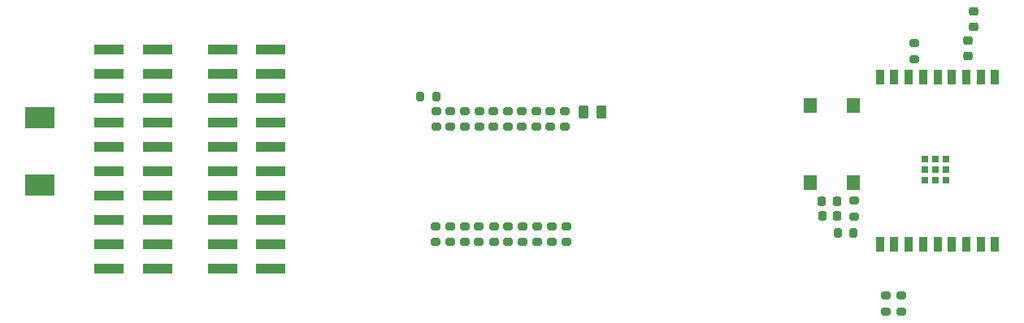
<source format=gtp>
G04 #@! TF.GenerationSoftware,KiCad,Pcbnew,8.0.6-8.0.6-0~ubuntu20.04.1*
G04 #@! TF.CreationDate,2024-11-10T22:02:34+01:00*
G04 #@! TF.ProjectId,home_auto,686f6d65-5f61-4757-946f-2e6b69636164,rev?*
G04 #@! TF.SameCoordinates,Original*
G04 #@! TF.FileFunction,Paste,Top*
G04 #@! TF.FilePolarity,Positive*
%FSLAX46Y46*%
G04 Gerber Fmt 4.6, Leading zero omitted, Abs format (unit mm)*
G04 Created by KiCad (PCBNEW 8.0.6-8.0.6-0~ubuntu20.04.1) date 2024-11-10 22:02:34*
%MOMM*%
%LPD*%
G01*
G04 APERTURE LIST*
G04 Aperture macros list*
%AMRoundRect*
0 Rectangle with rounded corners*
0 $1 Rounding radius*
0 $2 $3 $4 $5 $6 $7 $8 $9 X,Y pos of 4 corners*
0 Add a 4 corners polygon primitive as box body*
4,1,4,$2,$3,$4,$5,$6,$7,$8,$9,$2,$3,0*
0 Add four circle primitives for the rounded corners*
1,1,$1+$1,$2,$3*
1,1,$1+$1,$4,$5*
1,1,$1+$1,$6,$7*
1,1,$1+$1,$8,$9*
0 Add four rect primitives between the rounded corners*
20,1,$1+$1,$2,$3,$4,$5,0*
20,1,$1+$1,$4,$5,$6,$7,0*
20,1,$1+$1,$6,$7,$8,$9,0*
20,1,$1+$1,$8,$9,$2,$3,0*%
G04 Aperture macros list end*
%ADD10RoundRect,0.250000X0.262500X0.450000X-0.262500X0.450000X-0.262500X-0.450000X0.262500X-0.450000X0*%
%ADD11RoundRect,0.200000X-0.275000X0.200000X-0.275000X-0.200000X0.275000X-0.200000X0.275000X0.200000X0*%
%ADD12RoundRect,0.200000X0.275000X-0.200000X0.275000X0.200000X-0.275000X0.200000X-0.275000X-0.200000X0*%
%ADD13R,0.700000X0.700000*%
%ADD14R,0.900000X1.500000*%
%ADD15R,3.150000X1.000000*%
%ADD16RoundRect,0.225000X0.225000X0.250000X-0.225000X0.250000X-0.225000X-0.250000X0.225000X-0.250000X0*%
%ADD17R,1.400000X1.600000*%
%ADD18RoundRect,0.225000X0.250000X-0.225000X0.250000X0.225000X-0.250000X0.225000X-0.250000X-0.225000X0*%
%ADD19R,3.150000X2.200000*%
%ADD20RoundRect,0.200000X-0.200000X-0.275000X0.200000X-0.275000X0.200000X0.275000X-0.200000X0.275000X0*%
G04 APERTURE END LIST*
D10*
X211792500Y-91430000D03*
X209967500Y-91430000D03*
D11*
X205127777Y-103315000D03*
X205127777Y-104965000D03*
D12*
X202020000Y-92965000D03*
X202020000Y-91315000D03*
X197570000Y-92965000D03*
X197570000Y-91315000D03*
D13*
X247700000Y-96340000D03*
X246600000Y-96340000D03*
X245500000Y-96340000D03*
X247700000Y-97440000D03*
X246600000Y-97440000D03*
X245500000Y-97440000D03*
X247700000Y-98540000D03*
X246600000Y-98540000D03*
X245500000Y-98540000D03*
D14*
X252800000Y-87730000D03*
X251300000Y-87730000D03*
X249800000Y-87730000D03*
X248300000Y-87730000D03*
X246800000Y-87730000D03*
X245300000Y-87730000D03*
X243800000Y-87730000D03*
X242300000Y-87730000D03*
X240800000Y-87730000D03*
X240800000Y-105230000D03*
X242300000Y-105230000D03*
X243800000Y-105230000D03*
X245300000Y-105230000D03*
X246800000Y-105230000D03*
X248300000Y-105230000D03*
X249800000Y-105230000D03*
X251300000Y-105230000D03*
X252800000Y-105230000D03*
D15*
X160500000Y-84890000D03*
X165550000Y-84890000D03*
X160500000Y-87430000D03*
X165550000Y-87430000D03*
X160500000Y-89970000D03*
X165550000Y-89970000D03*
X160500000Y-92510000D03*
X165550000Y-92510000D03*
X160500000Y-95050000D03*
X165550000Y-95050000D03*
X160500000Y-97590000D03*
X165550000Y-97590000D03*
X160500000Y-100130000D03*
X165550000Y-100130000D03*
X160500000Y-102670000D03*
X165550000Y-102670000D03*
X160500000Y-105210000D03*
X165550000Y-105210000D03*
X160500000Y-107750000D03*
X165550000Y-107750000D03*
D12*
X207940000Y-92965000D03*
X207940000Y-91315000D03*
D11*
X197540000Y-103315000D03*
X197540000Y-104965000D03*
X208163338Y-103315000D03*
X208163338Y-104965000D03*
X200574446Y-103315000D03*
X200574446Y-104965000D03*
X194503338Y-103315000D03*
X194503338Y-104965000D03*
X196021115Y-103315000D03*
X196021115Y-104965000D03*
X199030000Y-103315000D03*
X199030000Y-104965000D03*
X243070000Y-110565000D03*
X243070000Y-112215000D03*
D16*
X236325000Y-100730000D03*
X234775000Y-100730000D03*
D12*
X238130000Y-102305000D03*
X238130000Y-100655000D03*
X199080000Y-92965000D03*
X199080000Y-91315000D03*
X203530000Y-92965000D03*
X203530000Y-91315000D03*
D11*
X206645554Y-103315000D03*
X206645554Y-104965000D03*
D17*
X233530000Y-98730000D03*
X233530000Y-90730000D03*
X238030000Y-98730000D03*
X238030000Y-90730000D03*
D18*
X250570000Y-82485000D03*
X250570000Y-80935000D03*
D19*
X153250000Y-99030000D03*
X153250000Y-92030000D03*
D12*
X200530000Y-92965000D03*
X200530000Y-91315000D03*
X194590000Y-92965000D03*
X194590000Y-91315000D03*
X196060000Y-92965000D03*
X196060000Y-91315000D03*
D15*
X172320000Y-84920000D03*
X177370000Y-84920000D03*
X172320000Y-87460000D03*
X177370000Y-87460000D03*
X172320000Y-90000000D03*
X177370000Y-90000000D03*
X172320000Y-92540000D03*
X177370000Y-92540000D03*
X172320000Y-95080000D03*
X177370000Y-95080000D03*
X172320000Y-97620000D03*
X177370000Y-97620000D03*
X172320000Y-100160000D03*
X177370000Y-100160000D03*
X172320000Y-102700000D03*
X177370000Y-102700000D03*
X172320000Y-105240000D03*
X177370000Y-105240000D03*
X172320000Y-107780000D03*
X177370000Y-107780000D03*
D18*
X249970000Y-85545000D03*
X249970000Y-83995000D03*
D11*
X203610000Y-103315000D03*
X203610000Y-104965000D03*
D12*
X206460000Y-92965000D03*
X206460000Y-91315000D03*
X204990000Y-92965000D03*
X204990000Y-91315000D03*
D11*
X244400000Y-84215000D03*
X244400000Y-85865000D03*
D16*
X236335000Y-102280000D03*
X234785000Y-102280000D03*
D11*
X241440000Y-110555000D03*
X241440000Y-112205000D03*
D20*
X192920000Y-89800000D03*
X194570000Y-89800000D03*
X236405000Y-104000000D03*
X238055000Y-104000000D03*
D11*
X202092223Y-103315000D03*
X202092223Y-104965000D03*
M02*

</source>
